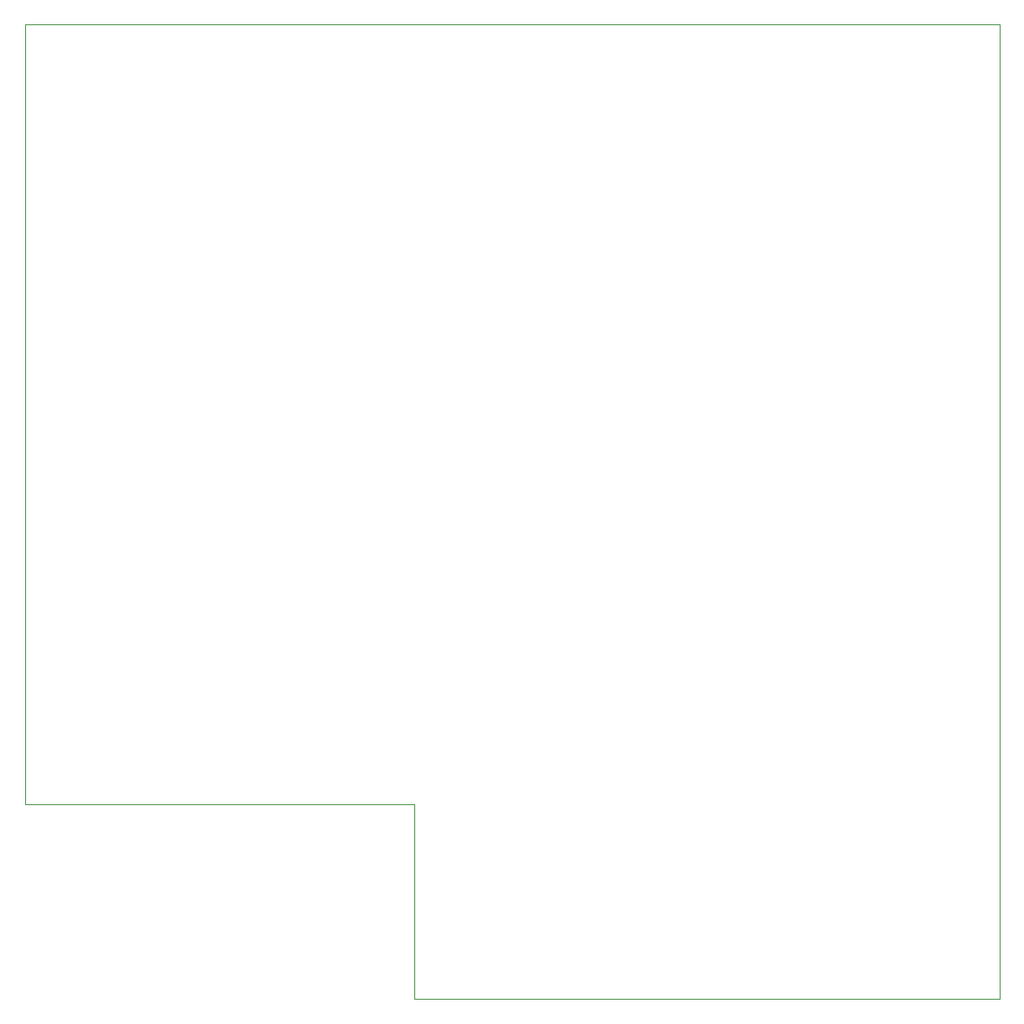
<source format=gm1>
G04 #@! TF.FileFunction,Profile,NP*
%FSLAX46Y46*%
G04 Gerber Fmt 4.6, Leading zero omitted, Abs format (unit mm)*
G04 Created by KiCad (PCBNEW 4.0.7) date 2017 December 10, Sunday 14:17:37*
%MOMM*%
%LPD*%
G01*
G04 APERTURE LIST*
%ADD10C,0.100000*%
G04 APERTURE END LIST*
D10*
X117500000Y-120500000D02*
X117500000Y-139500000D01*
X79500000Y-120500000D02*
X117500000Y-120500000D01*
X117500000Y-139500000D02*
X174500000Y-139500000D01*
X174500000Y-44500000D02*
X174500000Y-139500000D01*
X79500000Y-44500000D02*
X79500000Y-120500000D01*
X79500000Y-44500000D02*
X174500000Y-44500000D01*
M02*

</source>
